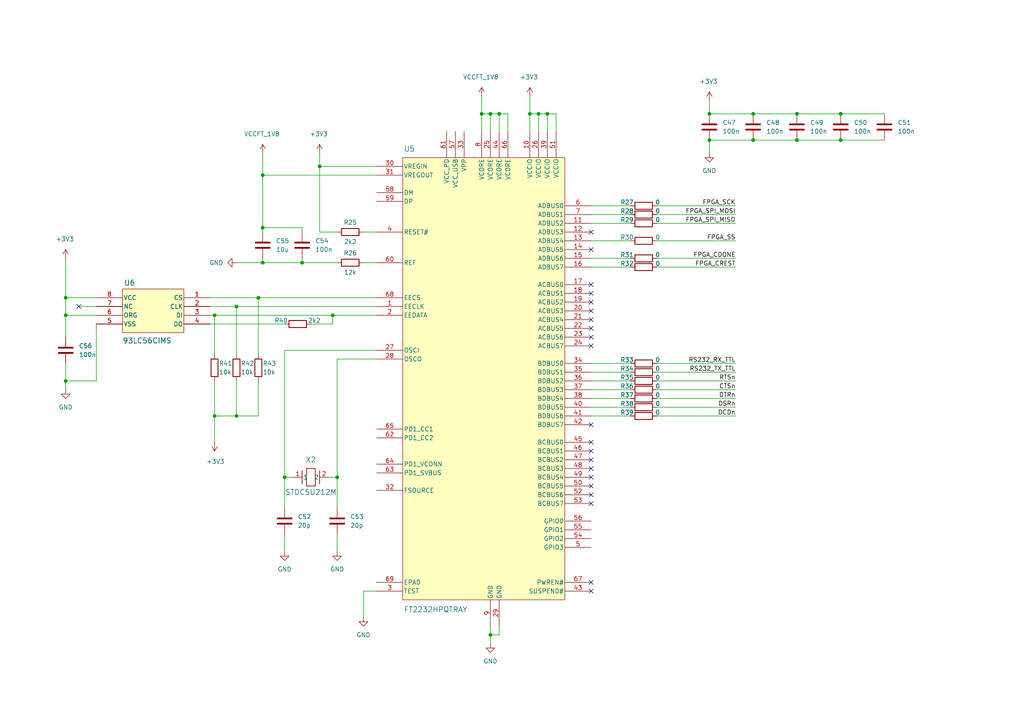
<source format=kicad_sch>
(kicad_sch (version 20250114) (generator "eeschema") (generator_version "9.0")
  (paper "A4")
  (lib_symbols
    (symbol "Custom:93LC56CIMS" (pin_names (offset 0.254))
      (property "Reference" "U" (at 1.016 1.778 0))
      (property "Value" "93LC56CIMS" (at 7.366 -14.732 0))
      (symbol "93LC56CIMS_1_1"
        (rectangle (start 0 0) (end 17.78 -12.7) (fill (type background)))
        (pin unspecified line (at -7.62 -2.54 0) (length 7.62) (name "VCC") (number "8"))
        (pin unspecified line (at -7.62 -5.08 0) (length 7.62) (name "NC") (number "7"))
        (pin unspecified line (at -7.62 -7.62 0) (length 7.62) (name "ORG") (number "6"))
        (pin unspecified line (at -7.62 -10.16 0) (length 7.62) (name "VSS") (number "5"))
        (pin unspecified line (at 25.4 -2.54 180) (length 7.62) (name "CS") (number "1"))
        (pin unspecified line (at 25.4 -5.08 180) (length 7.62) (name "CLK") (number "2"))
        (pin unspecified line (at 25.4 -7.62 180) (length 7.62) (name "DI") (number "3"))
        (pin unspecified line (at 25.4 -10.16 180) (length 7.62) (name "DO") (number "4"))
      )
    )
    (symbol "Custom:FT2232HPQTRAY" (pin_names (offset 0.254))
      (property "Reference" "U" (at 1.778 2.286 0))
      (property "Value" "FT2232HPQTRAY" (at 10.16 -131.572 0))
      (symbol "FT2232HPQTRAY_0_1"
        (pin power_in line (at -7.62 -2.54 0) (length 7.62) (name "VREGIN") (number "30"))
        (pin output line (at -7.62 -5.08 0) (length 7.62) (name "VREGOUT") (number "31"))
        (pin input line (at -7.62 -21.59 0) (length 7.62) (name "RESET#") (number "4"))
        (pin output line (at -7.62 -43.18 0) (length 7.62) (name "EECLK") (number "1"))
        (pin bidirectional line (at -7.62 -45.72 0) (length 7.62) (name "EEDATA") (number "2"))
        (pin input line (at -7.62 -55.88 0) (length 7.62) (name "OSCI") (number "27"))
        (pin output line (at -7.62 -58.42 0) (length 7.62) (name "OSCO") (number "28"))
        (pin input line (at -7.62 -125.73 0) (length 7.62) (name "TEST") (number "3"))
        (pin power_in line (at 12.7 7.62 270) (length 7.62) (name "VCC_PD") (number "61"))
        (pin power_in line (at 15.24 7.62 270) (length 7.62) (name "VCC_USB") (number "57"))
        (pin power_in line (at 22.86 7.62 270) (length 7.62) (name "VCORE") (number "8"))
        (pin power_out line (at 25.4 -135.89 90) (length 7.62) (name "GND") (number "9"))
        (pin power_in line (at 27.94 7.62 270) (length 7.62) (name "VCORE") (number "44"))
        (pin power_out line (at 27.94 -135.89 90) (length 7.62) (name "GND") (number "29"))
        (pin power_in line (at 30.48 7.62 270) (length 7.62) (name "VCORE") (number "66"))
        (pin power_in line (at 36.83 7.62 270) (length 7.62) (name "VCCIO") (number "10"))
        (pin power_in line (at 39.37 7.62 270) (length 7.62) (name "VCCIO") (number "26"))
        (pin power_in line (at 41.91 7.62 270) (length 7.62) (name "VCCIO") (number "39"))
        (pin power_in line (at 44.45 7.62 270) (length 7.62) (name "VCCIO") (number "51"))
        (pin bidirectional line (at 54.61 -62.23 180) (length 7.62) (name "BDBUS1") (number "35"))
        (pin bidirectional line (at 54.61 -64.77 180) (length 7.62) (name "BDBUS2") (number "36"))
        (pin bidirectional line (at 54.61 -67.31 180) (length 7.62) (name "BDBUS3") (number "37"))
        (pin bidirectional line (at 54.61 -69.85 180) (length 7.62) (name "BDBUS4") (number "38"))
        (pin bidirectional line (at 54.61 -72.39 180) (length 7.62) (name "BDBUS5") (number "40"))
        (pin bidirectional line (at 54.61 -74.93 180) (length 7.62) (name "BDBUS6") (number "41"))
        (pin bidirectional line (at 54.61 -77.47 180) (length 7.62) (name "BDBUS7") (number "42"))
        (pin bidirectional line (at 54.61 -82.55 180) (length 7.62) (name "BCBUS0") (number "45"))
        (pin bidirectional line (at 54.61 -85.09 180) (length 7.62) (name "BCBUS1") (number "46"))
        (pin bidirectional line (at 54.61 -87.63 180) (length 7.62) (name "BCBUS2") (number "47"))
        (pin bidirectional line (at 54.61 -90.17 180) (length 7.62) (name "BCBUS3") (number "48"))
        (pin bidirectional line (at 54.61 -92.71 180) (length 7.62) (name "BCBUS4") (number "49"))
        (pin bidirectional line (at 54.61 -95.25 180) (length 7.62) (name "BCBUS5") (number "50"))
        (pin bidirectional line (at 54.61 -97.79 180) (length 7.62) (name "BCBUS6") (number "52"))
        (pin bidirectional line (at 54.61 -100.33 180) (length 7.62) (name "BCBUS7") (number "53"))
        (pin bidirectional line (at 54.61 -105.41 180) (length 7.62) (name "GPIO0") (number "56"))
        (pin bidirectional line (at 54.61 -107.95 180) (length 7.62) (name "GPIO1") (number "55"))
        (pin bidirectional line (at 54.61 -110.49 180) (length 7.62) (name "GPIO2") (number "54"))
        (pin output line (at 54.61 -123.19 180) (length 7.62) (name "PWREN#") (number "67"))
      )
      (symbol "FT2232HPQTRAY_1_1"
        (rectangle (start 0 0) (end 46.99 -128.27) (fill (type background)))
        (pin bidirectional line (at -7.62 -10.16 0) (length 7.62) (name "DM") (number "58"))
        (pin bidirectional line (at -7.62 -12.7 0) (length 7.62) (name "DP") (number "59"))
        (pin output line (at -7.62 -30.48 0) (length 7.62) (name "REF") (number "60"))
        (pin bidirectional line (at -7.62 -40.64 0) (length 7.62) (name "EECS") (number "68"))
        (pin bidirectional line (at -7.62 -78.74 0) (length 7.62) (name "PD1_CC1") (number "65"))
        (pin bidirectional line (at -7.62 -81.28 0) (length 7.62) (name "PD1_CC2") (number "62"))
        (pin power_in line (at -7.62 -88.9 0) (length 7.62) (name "PD1_VCONN") (number "64"))
        (pin unspecified line (at -7.62 -91.44 0) (length 7.62) (name "PD1_SVBUS") (number "63"))
        (pin power_in line (at -7.62 -96.52 0) (length 7.62) (name "FSOURCE") (number "32"))
        (pin power_out line (at -7.62 -123.19 0) (length 7.62) (name "EPAD") (number "69"))
        (pin power_in line (at 17.78 7.62 270) (length 7.62) (name "VPP") (number "33"))
        (pin power_in line (at 25.4 7.62 270) (length 7.62) (name "VCORE") (number "25"))
        (pin bidirectional line (at 54.61 -13.97 180) (length 7.62) (name "ADBUS0") (number "6"))
        (pin bidirectional line (at 54.61 -16.51 180) (length 7.62) (name "ADBUS1") (number "7"))
        (pin bidirectional line (at 54.61 -19.05 180) (length 7.62) (name "ADBUS2") (number "11"))
        (pin bidirectional line (at 54.61 -21.59 180) (length 7.62) (name "ADBUS3") (number "12"))
        (pin bidirectional line (at 54.61 -24.13 180) (length 7.62) (name "ADBUS4") (number "13"))
        (pin bidirectional line (at 54.61 -26.67 180) (length 7.62) (name "ADBUS5") (number "14"))
        (pin bidirectional line (at 54.61 -29.21 180) (length 7.62) (name "ADBUS6") (number "15"))
        (pin bidirectional line (at 54.61 -31.75 180) (length 7.62) (name "ADBUS7") (number "16"))
        (pin bidirectional line (at 54.61 -36.83 180) (length 7.62) (name "ACBUS0") (number "17"))
        (pin bidirectional line (at 54.61 -39.37 180) (length 7.62) (name "ACBUS1") (number "18"))
        (pin bidirectional line (at 54.61 -41.91 180) (length 7.62) (name "ACBUS2") (number "19"))
        (pin bidirectional line (at 54.61 -44.45 180) (length 7.62) (name "ACBUS3") (number "20"))
        (pin bidirectional line (at 54.61 -46.99 180) (length 7.62) (name "ACBUS4") (number "21"))
        (pin bidirectional line (at 54.61 -49.53 180) (length 7.62) (name "ACBUS5") (number "22"))
        (pin bidirectional line (at 54.61 -52.07 180) (length 7.62) (name "ACBUS6") (number "23"))
        (pin bidirectional line (at 54.61 -54.61 180) (length 7.62) (name "ACBUS7") (number "24"))
        (pin bidirectional line (at 54.61 -59.69 180) (length 7.62) (name "BDBUS0") (number "34"))
        (pin bidirectional line (at 54.61 -113.03 180) (length 7.62) (name "GPIO3") (number "5"))
        (pin output line (at 54.61 -125.73 180) (length 7.62) (name "SUSPEND#") (number "43"))
      )
    )
    (symbol "Custom:STDCSU212M" (pin_names (offset 0.254))
      (property "Reference" "X" (at 5.08 4.445 0))
      (property "Value" "STDCSU212M" (at 5.08 -4.445 0))
      (symbol "STDCSU212M_1_1"
        (polyline (pts (xy 2.54 -1.905) (xy 2.54 1.905)) (stroke (width 0.2032)))
        (polyline (pts (xy 3.81 2.54) (xy 6.35 2.54)) (stroke (width 0.2032)))
        (polyline (pts (xy 3.81 -2.54) (xy 3.81 2.54)) (stroke (width 0.2032)))
        (polyline (pts (xy 6.35 2.54) (xy 6.35 -2.54)) (stroke (width 0.2032)))
        (polyline (pts (xy 6.35 -2.54) (xy 3.81 -2.54)) (stroke (width 0.2032)))
        (polyline (pts (xy 7.62 -1.905) (xy 7.62 1.905)) (stroke (width 0.2032)))
        (pin unspecified line (at 0 0 0) (length 2.54) (name "1") (number "1"))
        (pin unspecified line (at 10.16 0 180) (length 2.54) (name "2") (number "2"))
      )
      (symbol "STDCSU212M_1_2"
        (polyline (pts (xy -2.54 6.35) (xy 2.54 6.35)) (stroke (width 0.2032)))
        (polyline (pts (xy -2.54 3.81) (xy -2.54 6.35)) (stroke (width 0.2032)))
        (polyline (pts (xy 1.905 7.62) (xy -1.905 7.62)) (stroke (width 0.2032)))
        (polyline (pts (xy 1.905 2.54) (xy -1.905 2.54)) (stroke (width 0.2032)))
        (polyline (pts (xy 2.54 6.35) (xy 2.54 3.81)) (stroke (width 0.2032)))
        (polyline (pts (xy 2.54 3.81) (xy -2.54 3.81)) (stroke (width 0.2032)))
        (pin unspecified line (at 0 10.16 270) (length 2.54) (name "2") (number "2"))
        (pin unspecified line (at 0 0 90) (length 2.54) (name "1") (number "1"))
      )
    )
    (symbol "Device:C" (pin_numbers (hide yes)) (pin_names (offset 0.254))
      (property "Reference" "C" (at 0.635 2.54 0))
      (property "Value" "C" (at 0.635 -2.54 0))
      (symbol "C_0_1"
        (polyline (pts (xy -2.032 0.762) (xy 2.032 0.762)) (stroke (width 0.508)))
        (polyline (pts (xy -2.032 -0.762) (xy 2.032 -0.762)) (stroke (width 0.508)))
      )
      (symbol "C_1_1"
        (pin passive line (at 0 3.81 270) (length 2.794) (name "~") (number "1"))
        (pin passive line (at 0 -3.81 90) (length 2.794) (name "~") (number "2"))
      )
    )
    (symbol "Device:R" (pin_numbers (hide yes)) (pin_names (offset 0))
      (property "Reference" "R" (at 2.032 0 90))
      (property "Value" "R" (at 0 0 90))
      (symbol "R_0_1"
        (rectangle (start -1.016 -2.54) (end 1.016 2.54) (stroke (width 0.254)))
      )
      (symbol "R_1_1"
        (pin passive line (at 0 3.81 270) (length 1.27) (name "~") (number "1"))
        (pin passive line (at 0 -3.81 90) (length 1.27) (name "~") (number "2"))
      )
    )
    (symbol "power:+5V" (power) (pin_numbers (hide yes)) (pin_names (offset 0) (hide yes))
      (property "Value" "+5V" (at 0 3.556 0))
      (symbol "+5V_0_1"
        (polyline (pts (xy -0.762 1.27) (xy 0 2.54)))
        (polyline (pts (xy 0 2.54) (xy 0.762 1.27)))
        (polyline (pts (xy 0 0) (xy 0 2.54)))
      )
      (symbol "+5V_1_1"
        (pin power_in line (at 0 0 90) (length 0) (name "~") (number "1"))
      )
    )
    (symbol "power:GND" (power) (pin_numbers (hide yes)) (pin_names (offset 0) (hide yes))
      (property "Value" "GND" (at 0 -3.81 0))
      (symbol "GND_0_1"
        (polyline (pts (xy 0 0) (xy 0 -1.27) (xy 1.27 -1.27) (xy 0 -2.54) (xy -1.27 -1.27) (xy 0 -1.27)))
      )
      (symbol "GND_1_1"
        (pin power_in line (at 0 0 270) (length 0) (name "~") (number "1"))
      )
    )
  )
  (junction (at 92.71 48.26))
  (junction (at 218.44 40.64))
  (junction (at 19.05 91.44))
  (junction (at 97.79 138.43))
  (junction (at 82.55 138.43))
  (junction (at 243.84 33.02))
  (junction (at 231.14 40.64))
  (junction (at 76.2 50.8))
  (junction (at 205.74 33.02))
  (junction (at 19.05 86.36))
  (junction (at 96.52 91.44))
  (junction (at 87.63 76.2))
  (junction (at 74.93 86.36))
  (junction (at 144.78 33.02))
  (junction (at 76.2 66.04))
  (junction (at 19.05 110.49))
  (junction (at 156.21 33.02))
  (junction (at 139.7 33.02))
  (junction (at 62.23 91.44))
  (junction (at 231.14 33.02))
  (junction (at 205.74 40.64))
  (junction (at 158.75 33.02))
  (junction (at 153.67 33.02))
  (junction (at 76.2 76.2))
  (junction (at 62.23 120.65))
  (junction (at 243.84 40.64))
  (junction (at 218.44 33.02))
  (junction (at 68.58 88.9))
  (junction (at 142.24 33.02))
  (junction (at 142.24 184.15))
  (junction (at 68.58 120.65))
  (no_connect (at 171.45 128.27))
  (no_connect (at 171.45 87.63))
  (no_connect (at 171.45 85.09))
  (no_connect (at 171.45 72.39))
  (no_connect (at 171.45 67.31))
  (no_connect (at 171.45 138.43))
  (no_connect (at 171.45 133.35))
  (no_connect (at 171.45 97.79))
  (no_connect (at 171.45 90.17))
  (no_connect (at 171.45 146.05))
  (no_connect (at 171.45 123.19))
  (no_connect (at 171.45 95.25))
  (no_connect (at 171.45 130.81))
  (no_connect (at 171.45 82.55))
  (no_connect (at 171.45 143.51))
  (no_connect (at 22.86 88.9))
  (no_connect (at 171.45 135.89))
  (no_connect (at 171.45 140.97))
  (no_connect (at 171.45 168.91))
  (no_connect (at 171.45 92.71))
  (no_connect (at 171.45 171.45))
  (no_connect (at 171.45 100.33))
  (wire (pts (xy 19.05 86.36) (xy 19.05 91.44)))
  (wire (pts (xy 97.79 104.14) (xy 97.79 138.43)))
  (wire (pts (xy 82.55 154.94) (xy 82.55 160.02)))
  (wire (pts (xy 190.5 107.95) (xy 213.36 107.95)))
  (wire (pts (xy 190.5 110.49) (xy 213.36 110.49)))
  (wire (pts (xy 92.71 48.26) (xy 109.22 48.26)))
  (wire (pts (xy 105.41 171.45) (xy 109.22 171.45)))
  (wire (pts (xy 87.63 74.93) (xy 87.63 76.2)))
  (wire (pts (xy 171.45 77.47) (xy 182.88 77.47)))
  (wire (pts (xy 144.78 33.02) (xy 147.32 33.02)))
  (wire (pts (xy 76.2 74.93) (xy 76.2 76.2)))
  (wire (pts (xy 92.71 67.31) (xy 97.79 67.31)))
  (wire (pts (xy 190.5 105.41) (xy 213.36 105.41)))
  (wire (pts (xy 92.71 48.26) (xy 92.71 67.31)))
  (wire (pts (xy 158.75 33.02) (xy 161.29 33.02)))
  (wire (pts (xy 190.5 62.23) (xy 213.36 62.23)))
  (wire (pts (xy 153.67 33.02) (xy 156.21 33.02)))
  (wire (pts (xy 87.63 76.2) (xy 97.79 76.2)))
  (wire (pts (xy 190.5 64.77) (xy 213.36 64.77)))
  (wire (pts (xy 76.2 44.45) (xy 76.2 50.8)))
  (wire (pts (xy 190.5 115.57) (xy 213.36 115.57)))
  (wire (pts (xy 60.96 91.44) (xy 62.23 91.44)))
  (wire (pts (xy 19.05 105.41) (xy 19.05 110.49)))
  (wire (pts (xy 68.58 88.9) (xy 109.22 88.9)))
  (wire (pts (xy 97.79 104.14) (xy 109.22 104.14)))
  (wire (pts (xy 190.5 118.11) (xy 213.36 118.11)))
  (wire (pts (xy 205.74 29.21) (xy 205.74 33.02)))
  (wire (pts (xy 76.2 50.8) (xy 76.2 66.04)))
  (wire (pts (xy 19.05 91.44) (xy 27.94 91.44)))
  (wire (pts (xy 62.23 91.44) (xy 62.23 102.87)))
  (wire (pts (xy 231.14 33.02) (xy 243.84 33.02)))
  (wire (pts (xy 74.93 110.49) (xy 74.93 120.65)))
  (wire (pts (xy 171.45 110.49) (xy 182.88 110.49)))
  (wire (pts (xy 76.2 76.2) (xy 87.63 76.2)))
  (wire (pts (xy 171.45 64.77) (xy 182.88 64.77)))
  (wire (pts (xy 76.2 66.04) (xy 87.63 66.04)))
  (wire (pts (xy 190.5 59.69) (xy 213.36 59.69)))
  (wire (pts (xy 171.45 118.11) (xy 182.88 118.11)))
  (wire (pts (xy 153.67 33.02) (xy 153.67 38.1)))
  (wire (pts (xy 19.05 110.49) (xy 19.05 113.03)))
  (wire (pts (xy 142.24 33.02) (xy 142.24 38.1)))
  (wire (pts (xy 19.05 86.36) (xy 27.94 86.36)))
  (wire (pts (xy 205.74 40.64) (xy 218.44 40.64)))
  (wire (pts (xy 142.24 184.15) (xy 144.78 184.15)))
  (wire (pts (xy 62.23 110.49) (xy 62.23 120.65)))
  (wire (pts (xy 142.24 33.02) (xy 144.78 33.02)))
  (wire (pts (xy 82.55 138.43) (xy 82.55 147.32)))
  (wire (pts (xy 96.52 91.44) (xy 96.52 93.98)))
  (wire (pts (xy 97.79 138.43) (xy 97.79 147.32)))
  (wire (pts (xy 158.75 33.02) (xy 158.75 38.1)))
  (wire (pts (xy 139.7 33.02) (xy 142.24 33.02)))
  (wire (pts (xy 105.41 67.31) (xy 109.22 67.31)))
  (wire (pts (xy 171.45 113.03) (xy 182.88 113.03)))
  (wire (pts (xy 90.17 93.98) (xy 96.52 93.98)))
  (wire (pts (xy 190.5 69.85) (xy 213.36 69.85)))
  (wire (pts (xy 74.93 86.36) (xy 74.93 102.87)))
  (wire (pts (xy 171.45 105.41) (xy 182.88 105.41)))
  (wire (pts (xy 218.44 40.64) (xy 231.14 40.64)))
  (wire (pts (xy 243.84 40.64) (xy 256.54 40.64)))
  (wire (pts (xy 76.2 66.04) (xy 76.2 67.31)))
  (wire (pts (xy 190.5 120.65) (xy 213.36 120.65)))
  (wire (pts (xy 205.74 33.02) (xy 218.44 33.02)))
  (wire (pts (xy 156.21 33.02) (xy 158.75 33.02)))
  (wire (pts (xy 22.86 88.9) (xy 27.94 88.9)))
  (wire (pts (xy 19.05 110.49) (xy 27.94 110.49)))
  (wire (pts (xy 60.96 86.36) (xy 74.93 86.36)))
  (wire (pts (xy 19.05 91.44) (xy 19.05 97.79)))
  (wire (pts (xy 171.45 74.93) (xy 182.88 74.93)))
  (wire (pts (xy 190.5 77.47) (xy 213.36 77.47)))
  (wire (pts (xy 171.45 62.23) (xy 182.88 62.23)))
  (wire (pts (xy 62.23 91.44) (xy 96.52 91.44)))
  (wire (pts (xy 139.7 33.02) (xy 139.7 38.1)))
  (wire (pts (xy 92.71 44.45) (xy 92.71 48.26)))
  (wire (pts (xy 205.74 40.64) (xy 205.74 44.45)))
  (wire (pts (xy 171.45 115.57) (xy 182.88 115.57)))
  (wire (pts (xy 97.79 154.94) (xy 97.79 160.02)))
  (wire (pts (xy 139.7 27.94) (xy 139.7 33.02)))
  (wire (pts (xy 190.5 74.93) (xy 213.36 74.93)))
  (wire (pts (xy 171.45 59.69) (xy 182.88 59.69)))
  (wire (pts (xy 243.84 33.02) (xy 256.54 33.02)))
  (wire (pts (xy 82.55 101.6) (xy 109.22 101.6)))
  (wire (pts (xy 27.94 93.98) (xy 27.94 110.49)))
  (wire (pts (xy 142.24 181.61) (xy 142.24 184.15)))
  (wire (pts (xy 62.23 120.65) (xy 68.58 120.65)))
  (wire (pts (xy 68.58 120.65) (xy 74.93 120.65)))
  (wire (pts (xy 144.78 33.02) (xy 144.78 38.1)))
  (wire (pts (xy 105.41 171.45) (xy 105.41 179.07)))
  (wire (pts (xy 87.63 66.04) (xy 87.63 67.31)))
  (wire (pts (xy 95.25 138.43) (xy 97.79 138.43)))
  (wire (pts (xy 60.96 88.9) (xy 68.58 88.9)))
  (wire (pts (xy 156.21 33.02) (xy 156.21 38.1)))
  (wire (pts (xy 153.67 27.94) (xy 153.67 33.02)))
  (wire (pts (xy 19.05 74.93) (xy 19.05 86.36)))
  (wire (pts (xy 82.55 101.6) (xy 82.55 138.43)))
  (wire (pts (xy 82.55 138.43) (xy 85.09 138.43)))
  (wire (pts (xy 60.96 93.98) (xy 82.55 93.98)))
  (wire (pts (xy 62.23 120.65) (xy 62.23 128.27)))
  (wire (pts (xy 147.32 33.02) (xy 147.32 38.1)))
  (wire (pts (xy 68.58 88.9) (xy 68.58 102.87)))
  (wire (pts (xy 231.14 40.64) (xy 243.84 40.64)))
  (wire (pts (xy 144.78 181.61) (xy 144.78 184.15)))
  (wire (pts (xy 171.45 107.95) (xy 182.88 107.95)))
  (wire (pts (xy 76.2 50.8) (xy 109.22 50.8)))
  (wire (pts (xy 218.44 33.02) (xy 231.14 33.02)))
  (wire (pts (xy 142.24 184.15) (xy 142.24 186.69)))
  (wire (pts (xy 68.58 76.2) (xy 76.2 76.2)))
  (wire (pts (xy 96.52 91.44) (xy 109.22 91.44)))
  (wire (pts (xy 68.58 110.49) (xy 68.58 120.65)))
  (wire (pts (xy 190.5 113.03) (xy 213.36 113.03)))
  (wire (pts (xy 171.45 69.85) (xy 182.88 69.85)))
  (wire (pts (xy 74.93 86.36) (xy 109.22 86.36)))
  (wire (pts (xy 171.45 120.65) (xy 182.88 120.65)))
  (wire (pts (xy 161.29 33.02) (xy 161.29 38.1)))
  (wire (pts (xy 105.41 76.2) (xy 109.22 76.2)))
  (label "FPGA_CREST" (at 213.36 77.47 180))
  (label "RS232_TX_TTL" (at 213.36 107.95 180))
  (label "RTSn" (at 213.36 110.49 180))
  (label "FPGA_SPI_MISO" (at 213.36 64.77 180))
  (label "DCDn" (at 213.36 120.65 180))
  (label "FPGA_SPI_MOSI" (at 213.36 62.23 180))
  (label "DTRn" (at 213.36 115.57 180))
  (label "DSRn" (at 213.36 118.11 180))
  (label "FPGA_SS" (at 213.36 69.85 180))
  (label "CTSn" (at 213.36 113.03 180))
  (label "RS232_RX_TTL" (at 213.36 105.41 180))
  (label "FPGA_CDONE" (at 213.36 74.93 180))
  (label "FPGA_SCK" (at 213.36 59.69 180))
  (symbol (lib_id "Custom:93LC56CIMS") (at 35.56 83.82 0) (unit 1)
    (property "Reference" "U6" (at 37.592 82.042 0) (effects (font (size 1.524 1.524))))
    (property "Value" "93LC56CIMS" (at 42.672 98.806 0) (effects (font (size 1.524 1.524))))
    (property "Footprint" "Custom:93LC56CIMS" (effects (hide yes)))
    (property "Datasheet" "93LC56C-I/MS" (effects (hide yes)))
  )
  (symbol (lib_id "Device:R") (at 186.69 69.85 90) (unit 1)
    (property "Reference" "R30" (at 181.864 68.834 90))
    (property "Value" "0" (at 190.754 68.834 90))
    (property "Description" "Resistor" (effects (hide yes)))
  )
  (symbol (lib_id "power:GND") (at 82.55 160.02 0) (unit 1)
    (property "Reference" "#PWR068" (effects (hide yes)))
    (property "Value" "GND" (at 82.55 165.1 0))
    (property "Description" "Power symbol creates a global label with name \"GND\" , ground" (effects (hide yes)))
  )
  (symbol (lib_id "Device:R") (at 101.6 76.2 90) (unit 1)
    (property "Reference" "R26" (at 101.6 73.406 90))
    (property "Value" "12k" (at 101.6 78.994 90))
    (property "Description" "Resistor" (effects (hide yes)))
  )
  (symbol (lib_id "power:+5V") (at 62.23 128.27 180) (unit 1)
    (property "Reference" "#PWR076" (effects (hide yes)))
    (property "Value" "+3V3" (at 62.484 133.858 0))
    (property "Description" "Power symbol creates a global label with name \"+5V\"" (effects (hide yes)))
  )
  (symbol (lib_id "Device:R") (at 186.69 115.57 90) (unit 1)
    (property "Reference" "R37" (at 181.864 114.554 90))
    (property "Value" "0" (at 190.754 114.554 90))
    (property "Description" "Resistor" (effects (hide yes)))
  )
  (symbol (lib_id "Device:R") (at 186.69 74.93 90) (unit 1)
    (property "Reference" "R31" (at 181.864 73.914 90))
    (property "Value" "0" (at 190.754 73.914 90))
    (property "Description" "Resistor" (effects (hide yes)))
  )
  (symbol (lib_id "Device:C") (at 256.54 36.83 0) (unit 1)
    (property "Reference" "C51" (at 260.35 35.5599 0) (effects (justify left)))
    (property "Value" "100n" (at 260.35 38.0999 0) (effects (justify left)))
    (property "Description" "Unpolarized capacitor" (effects (hide yes)))
  )
  (symbol (lib_id "power:GND") (at 105.41 179.07 0) (unit 1)
    (property "Reference" "#PWR075" (effects (hide yes)))
    (property "Value" "GND" (at 105.41 184.15 0))
    (property "Description" "Power symbol creates a global label with name \"GND\" , ground" (effects (hide yes)))
  )
  (symbol (lib_id "Device:R") (at 186.69 77.47 90) (unit 1)
    (property "Reference" "R32" (at 181.864 76.454 90))
    (property "Value" "0" (at 190.754 76.454 90))
    (property "Description" "Resistor" (effects (hide yes)))
  )
  (symbol (lib_id "Device:C") (at 243.84 36.83 0) (unit 1)
    (property "Reference" "C50" (at 247.65 35.5599 0) (effects (justify left)))
    (property "Value" "100n" (at 247.65 38.0999 0) (effects (justify left)))
    (property "Description" "Unpolarized capacitor" (effects (hide yes)))
  )
  (symbol (lib_id "Device:R") (at 186.69 120.65 90) (unit 1)
    (property "Reference" "R39" (at 181.864 119.634 90))
    (property "Value" "0" (at 190.754 119.634 90))
    (property "Description" "Resistor" (effects (hide yes)))
  )
  (symbol (lib_id "Device:C") (at 19.05 101.6 180) (unit 1)
    (property "Reference" "C56" (at 22.86 100.3299 0) (effects (justify right)))
    (property "Value" "100n" (at 22.86 102.8699 0) (effects (justify right)))
    (property "Description" "Unpolarized capacitor" (effects (hide yes)))
  )
  (symbol (lib_id "Device:R") (at 74.93 106.68 0) (unit 1)
    (property "Reference" "R43" (at 76.2 105.41 0) (effects (justify left)))
    (property "Value" "10k" (at 76.2 107.95 0) (effects (justify left)))
    (property "Description" "Resistor" (effects (hide yes)))
  )
  (symbol (lib_id "power:GND") (at 97.79 160.02 0) (unit 1)
    (property "Reference" "#PWR069" (effects (hide yes)))
    (property "Value" "GND" (at 97.79 165.1 0))
    (property "Description" "Power symbol creates a global label with name \"GND\" , ground" (effects (hide yes)))
  )
  (symbol (lib_id "power:GND") (at 205.74 44.45 0) (unit 1)
    (property "Reference" "#PWR066" (effects (hide yes)))
    (property "Value" "GND" (at 205.74 49.53 0))
    (property "Description" "Power symbol creates a global label with name \"GND\" , ground" (effects (hide yes)))
  )
  (symbol (lib_id "Device:C") (at 97.79 151.13 180) (unit 1)
    (property "Reference" "C53" (at 101.6 149.8599 0) (effects (justify right)))
    (property "Value" "20p" (at 101.6 152.3999 0) (effects (justify right)))
    (property "Description" "Unpolarized capacitor" (effects (hide yes)))
  )
  (symbol (lib_id "power:GND") (at 68.58 76.2 270) (unit 1)
    (property "Reference" "#PWR071" (effects (hide yes)))
    (property "Value" "GND" (at 64.77 76.1999 90) (effects (justify right)))
    (property "Description" "Power symbol creates a global label with name \"GND\" , ground" (effects (hide yes)))
  )
  (symbol (lib_id "Device:R") (at 101.6 67.31 90) (unit 1)
    (property "Reference" "R25" (at 101.6 64.516 90))
    (property "Value" "2k2" (at 101.6 70.104 90))
    (property "Description" "Resistor" (effects (hide yes)))
  )
  (symbol (lib_id "Device:R") (at 186.69 107.95 90) (unit 1)
    (property "Reference" "R34" (at 181.864 106.934 90))
    (property "Value" "0" (at 190.754 106.934 90))
    (property "Description" "Resistor" (effects (hide yes)))
  )
  (symbol (lib_id "Custom:STDCSU212M") (at 85.09 138.43 0) (unit 1)
    (property "Reference" "X2" (at 90.17 133.35 0) (effects (font (size 1.524 1.524))))
    (property "Value" "STDCSU212M" (at 90.17 142.748 0) (effects (font (size 1.524 1.524))))
    (property "Footprint" "Custom:STDCSU212M" (effects (hide yes)))
    (property "Datasheet" "STDCSU2-12M" (effects (hide yes)))
  )
  (symbol (lib_id "Device:R") (at 186.69 105.41 90) (unit 1)
    (property "Reference" "R33" (at 181.864 104.394 90))
    (property "Value" "0" (at 190.754 104.394 90))
    (property "Description" "Resistor" (effects (hide yes)))
  )
  (symbol (lib_id "Device:C") (at 87.63 71.12 0) (unit 1)
    (property "Reference" "C54" (at 91.44 69.8499 0) (effects (justify left)))
    (property "Value" "100n" (at 91.44 72.3899 0) (effects (justify left)))
    (property "Description" "Unpolarized capacitor" (effects (hide yes)))
  )
  (symbol (lib_id "power:+5V") (at 139.7 27.94 0) (unit 1)
    (property "Reference" "#PWR073" (effects (hide yes)))
    (property "Value" "VCCFT_1V8" (at 139.446 22.352 0))
    (property "Description" "Power symbol creates a global label with name \"+5V\"" (effects (hide yes)))
  )
  (symbol (lib_id "Device:R") (at 186.69 62.23 90) (unit 1)
    (property "Reference" "R28" (at 181.864 61.214 90))
    (property "Value" "0" (at 190.754 61.214 90))
    (property "Description" "Resistor" (effects (hide yes)))
  )
  (symbol (lib_id "power:+5V") (at 153.67 27.94 0) (unit 1)
    (property "Reference" "#PWR074" (effects (hide yes)))
    (property "Value" "+3V3" (at 153.416 22.352 0))
    (property "Description" "Power symbol creates a global label with name \"+5V\"" (effects (hide yes)))
  )
  (symbol (lib_id "Device:R") (at 186.69 118.11 90) (unit 1)
    (property "Reference" "R38" (at 181.864 117.094 90))
    (property "Value" "0" (at 190.754 117.094 90))
    (property "Description" "Resistor" (effects (hide yes)))
  )
  (symbol (lib_id "Device:R") (at 186.69 110.49 90) (unit 1)
    (property "Reference" "R35" (at 181.864 109.474 90))
    (property "Value" "0" (at 190.754 109.474 90))
    (property "Description" "Resistor" (effects (hide yes)))
  )
  (symbol (lib_id "Device:C") (at 205.74 36.83 0) (unit 1)
    (property "Reference" "C47" (at 209.55 35.5599 0) (effects (justify left)))
    (property "Value" "100n" (at 209.55 38.0999 0) (effects (justify left)))
    (property "Description" "Unpolarized capacitor" (effects (hide yes)))
  )
  (symbol (lib_id "Device:R") (at 62.23 106.68 0) (unit 1)
    (property "Reference" "R41" (at 63.5 105.41 0) (effects (justify left)))
    (property "Value" "10k" (at 63.5 107.95 0) (effects (justify left)))
    (property "Description" "Resistor" (effects (hide yes)))
  )
  (symbol (lib_id "power:+5V") (at 92.71 44.45 0) (unit 1)
    (property "Reference" "#PWR070" (effects (hide yes)))
    (property "Value" "+3V3" (at 92.456 38.862 0))
    (property "Description" "Power symbol creates a global label with name \"+5V\"" (effects (hide yes)))
  )
  (symbol (lib_id "power:+5V") (at 19.05 74.93 0) (unit 1)
    (property "Reference" "#PWR078" (effects (hide yes)))
    (property "Value" "+3V3" (at 18.796 69.342 0))
    (property "Description" "Power symbol creates a global label with name \"+5V\"" (effects (hide yes)))
  )
  (symbol (lib_id "Device:R") (at 186.69 64.77 90) (unit 1)
    (property "Reference" "R29" (at 181.864 63.754 90))
    (property "Value" "0" (at 190.754 63.754 90))
    (property "Description" "Resistor" (effects (hide yes)))
  )
  (symbol (lib_id "power:GND") (at 19.05 113.03 0) (unit 1)
    (property "Reference" "#PWR077" (effects (hide yes)))
    (property "Value" "GND" (at 19.05 118.11 0))
    (property "Description" "Power symbol creates a global label with name \"GND\" , ground" (effects (hide yes)))
  )
  (symbol (lib_id "Device:R") (at 68.58 106.68 0) (unit 1)
    (property "Reference" "R42" (at 69.85 105.41 0) (effects (justify left)))
    (property "Value" "10k" (at 69.85 107.95 0) (effects (justify left)))
    (property "Description" "Resistor" (effects (hide yes)))
  )
  (symbol (lib_id "power:GND") (at 142.24 186.69 0) (unit 1)
    (property "Reference" "#PWR067" (effects (hide yes)))
    (property "Value" "GND" (at 142.24 191.77 0))
    (property "Description" "Power symbol creates a global label with name \"GND\" , ground" (effects (hide yes)))
  )
  (symbol (lib_id "power:+5V") (at 205.74 29.21 0) (unit 1)
    (property "Reference" "#PWR065" (effects (hide yes)))
    (property "Value" "+3V3" (at 205.486 23.622 0))
    (property "Description" "Power symbol creates a global label with name \"+5V\"" (effects (hide yes)))
  )
  (symbol (lib_id "Device:R") (at 86.36 93.98 90) (unit 1)
    (property "Reference" "R40" (at 81.534 92.964 90))
    (property "Value" "2k2" (at 91.186 92.964 90))
    (property "Description" "Resistor" (effects (hide yes)))
  )
  (symbol (lib_id "Device:R") (at 186.69 59.69 90) (unit 1)
    (property "Reference" "R27" (at 181.864 58.674 90))
    (property "Value" "0" (at 190.754 58.674 90))
    (property "Description" "Resistor" (effects (hide yes)))
  )
  (symbol (lib_id "Device:C") (at 76.2 71.12 0) (unit 1)
    (property "Reference" "C55" (at 80.01 69.8499 0) (effects (justify left)))
    (property "Value" "10u" (at 80.01 72.3899 0) (effects (justify left)))
    (property "Description" "Unpolarized capacitor" (effects (hide yes)))
  )
  (symbol (lib_id "Device:R") (at 186.69 113.03 90) (unit 1)
    (property "Reference" "R36" (at 181.864 112.014 90))
    (property "Value" "0" (at 190.754 112.014 90))
    (property "Description" "Resistor" (effects (hide yes)))
  )
  (symbol (lib_id "Device:C") (at 82.55 151.13 180) (unit 1)
    (property "Reference" "C52" (at 86.36 149.8599 0) (effects (justify right)))
    (property "Value" "20p" (at 86.36 152.3999 0) (effects (justify right)))
    (property "Description" "Unpolarized capacitor" (effects (hide yes)))
  )
  (symbol (lib_id "Device:C") (at 231.14 36.83 0) (unit 1)
    (property "Reference" "C49" (at 234.95 35.5599 0) (effects (justify left)))
    (property "Value" "100n" (at 234.95 38.0999 0) (effects (justify left)))
    (property "Description" "Unpolarized capacitor" (effects (hide yes)))
  )
  (symbol (lib_id "Custom:FT2232HPQTRAY") (at 116.84 45.72 0) (unit 1)
    (property "Reference" "U5" (at 117.094 43.18 0) (effects (font (size 1.524 1.524)) (justify left)))
    (property "Value" "FT2232HPQTRAY" (at 117.094 176.784 0) (effects (font (size 1.524 1.524)) (justify left)))
    (property "Footprint" "Custom:FT2232HPQTRAY" (effects (hide yes)))
    (property "Datasheet" "FT2232HPQ-TRAY" (effects (hide yes)))
  )
  (symbol (lib_id "Device:C") (at 218.44 36.83 0) (unit 1)
    (property "Reference" "C48" (at 222.25 35.5599 0) (effects (justify left)))
    (property "Value" "100n" (at 222.25 38.0999 0) (effects (justify left)))
    (property "Description" "Unpolarized capacitor" (effects (hide yes)))
  )
  (symbol (lib_id "power:+5V") (at 76.2 44.45 0) (unit 1)
    (property "Reference" "#PWR072" (effects (hide yes)))
    (property "Value" "VCCFT_1V8" (at 75.946 38.862 0))
    (property "Description" "Power symbol creates a global label with name \"+5V\"" (effects (hide yes)))
  )
)
</source>
